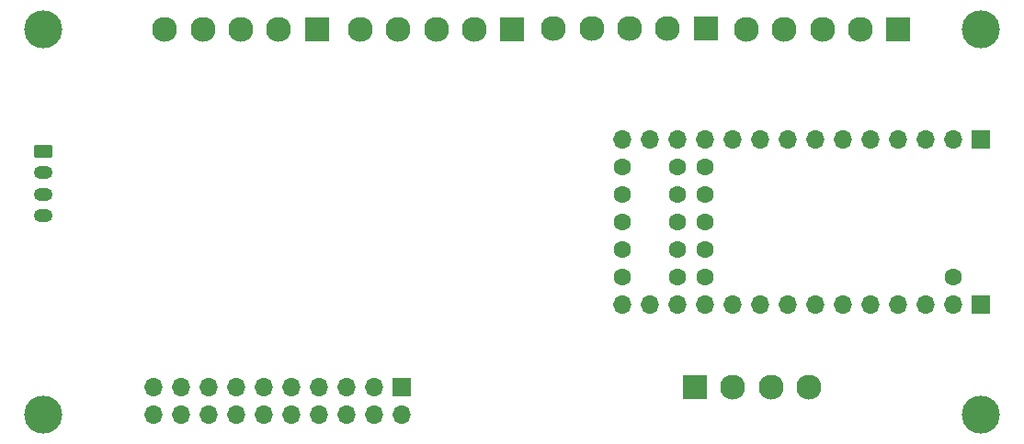
<source format=gbr>
%TF.GenerationSoftware,KiCad,Pcbnew,7.0.7*%
%TF.CreationDate,2023-08-25T02:36:16+09:00*%
%TF.ProjectId,PrecisionFightingBoard,50726563-6973-4696-9f6e-466967687469,rev?*%
%TF.SameCoordinates,Original*%
%TF.FileFunction,Soldermask,Bot*%
%TF.FilePolarity,Negative*%
%FSLAX46Y46*%
G04 Gerber Fmt 4.6, Leading zero omitted, Abs format (unit mm)*
G04 Created by KiCad (PCBNEW 7.0.7) date 2023-08-25 02:36:16*
%MOMM*%
%LPD*%
G01*
G04 APERTURE LIST*
G04 Aperture macros list*
%AMRoundRect*
0 Rectangle with rounded corners*
0 $1 Rounding radius*
0 $2 $3 $4 $5 $6 $7 $8 $9 X,Y pos of 4 corners*
0 Add a 4 corners polygon primitive as box body*
4,1,4,$2,$3,$4,$5,$6,$7,$8,$9,$2,$3,0*
0 Add four circle primitives for the rounded corners*
1,1,$1+$1,$2,$3*
1,1,$1+$1,$4,$5*
1,1,$1+$1,$6,$7*
1,1,$1+$1,$8,$9*
0 Add four rect primitives between the rounded corners*
20,1,$1+$1,$2,$3,$4,$5,0*
20,1,$1+$1,$4,$5,$6,$7,0*
20,1,$1+$1,$6,$7,$8,$9,0*
20,1,$1+$1,$8,$9,$2,$3,0*%
G04 Aperture macros list end*
%ADD10R,1.700000X1.700000*%
%ADD11O,1.700000X1.700000*%
%ADD12C,3.500000*%
%ADD13R,2.300000X2.300000*%
%ADD14C,2.300000*%
%ADD15C,1.600000*%
%ADD16RoundRect,0.250000X-0.625000X0.350000X-0.625000X-0.350000X0.625000X-0.350000X0.625000X0.350000X0*%
%ADD17O,1.750000X1.200000*%
G04 APERTURE END LIST*
D10*
%TO.C,J4*%
X160020000Y-73660000D03*
D11*
X157480000Y-73660000D03*
X154940000Y-73660000D03*
X152400000Y-73660000D03*
X149860000Y-73660000D03*
X147320000Y-73660000D03*
X144780000Y-73660000D03*
X142240000Y-73660000D03*
X139700000Y-73660000D03*
X137160000Y-73660000D03*
X134620000Y-73660000D03*
X132080000Y-73660000D03*
X129540000Y-73660000D03*
X127000000Y-73660000D03*
%TD*%
D12*
%TO.C,H1*%
X73660000Y-48260000D03*
%TD*%
%TO.C,H4*%
X160020000Y-83820000D03*
%TD*%
D13*
%TO.C,J8*%
X134665600Y-48209200D03*
D14*
X131165600Y-48209200D03*
X127665600Y-48209200D03*
X124165600Y-48209200D03*
X120665600Y-48209200D03*
%TD*%
D15*
%TO.C,U1*%
X160020000Y-58420000D03*
X157480000Y-58420000D03*
X154940000Y-58420000D03*
X152400000Y-58420000D03*
X149860000Y-58420000D03*
X147320000Y-58420000D03*
X144780000Y-58420000D03*
X142240000Y-58420000D03*
X139700000Y-58420000D03*
X137160000Y-58420000D03*
X134620000Y-58420000D03*
X132080000Y-58420000D03*
X129540000Y-58420000D03*
X127000000Y-58420000D03*
X127000000Y-60960000D03*
X127000000Y-63500000D03*
X127000000Y-66040000D03*
X127000000Y-68580000D03*
X127000000Y-71120000D03*
X127000000Y-73660000D03*
X129540000Y-73660000D03*
X132080000Y-73660000D03*
X134620000Y-73660000D03*
X137160000Y-73660000D03*
X139700000Y-73660000D03*
X142240000Y-73660000D03*
X144780000Y-73660000D03*
X147320000Y-73660000D03*
X149860000Y-73660000D03*
X152400000Y-73660000D03*
X154940000Y-73660000D03*
X157480000Y-73660000D03*
X160020000Y-73660000D03*
X157480000Y-71120000D03*
X132080000Y-71120000D03*
X134620000Y-71120000D03*
X132080000Y-68580000D03*
X134620000Y-68580000D03*
X132080000Y-66040000D03*
X134620000Y-66040000D03*
X132080000Y-63500000D03*
X134620000Y-63500000D03*
X132080000Y-60960000D03*
X134620000Y-60960000D03*
%TD*%
D10*
%TO.C,J3*%
X160020000Y-58420000D03*
D11*
X157480000Y-58420000D03*
X154940000Y-58420000D03*
X152400000Y-58420000D03*
X149860000Y-58420000D03*
X147320000Y-58420000D03*
X144780000Y-58420000D03*
X142240000Y-58420000D03*
X139700000Y-58420000D03*
X137160000Y-58420000D03*
X134620000Y-58420000D03*
X132080000Y-58420000D03*
X129540000Y-58420000D03*
X127000000Y-58420000D03*
%TD*%
D13*
%TO.C,J10*%
X98851600Y-48310800D03*
D14*
X95351600Y-48310800D03*
X91851600Y-48310800D03*
X88351600Y-48310800D03*
X84851600Y-48310800D03*
%TD*%
D10*
%TO.C,J6*%
X106680000Y-81280000D03*
D11*
X106680000Y-83820000D03*
X104140000Y-81280000D03*
X104140000Y-83820000D03*
X101600000Y-81280000D03*
X101600000Y-83820000D03*
X99060000Y-81280000D03*
X99060000Y-83820000D03*
X96520000Y-81280000D03*
X96520000Y-83820000D03*
X93980000Y-81280000D03*
X93980000Y-83820000D03*
X91440000Y-81280000D03*
X91440000Y-83820000D03*
X88900000Y-81280000D03*
X88900000Y-83820000D03*
X86360000Y-81280000D03*
X86360000Y-83820000D03*
X83820000Y-81280000D03*
X83820000Y-83820000D03*
%TD*%
D12*
%TO.C,H3*%
X73660000Y-83820000D03*
%TD*%
%TO.C,H2*%
X160020000Y-48260000D03*
%TD*%
D13*
%TO.C,J9*%
X116840000Y-48260000D03*
D14*
X113340000Y-48260000D03*
X109840000Y-48260000D03*
X106340000Y-48260000D03*
X102840000Y-48260000D03*
%TD*%
D13*
%TO.C,J2*%
X133660000Y-81280000D03*
D14*
X137160000Y-81280000D03*
X140660000Y-81280000D03*
X144160000Y-81280000D03*
%TD*%
D16*
%TO.C,J1*%
X73660000Y-59500000D03*
D17*
X73660000Y-61500000D03*
X73660000Y-63500000D03*
X73660000Y-65500000D03*
%TD*%
D13*
%TO.C,J7*%
X152400000Y-48260000D03*
D14*
X148900000Y-48260000D03*
X145400000Y-48260000D03*
X141900000Y-48260000D03*
X138400000Y-48260000D03*
%TD*%
M02*

</source>
